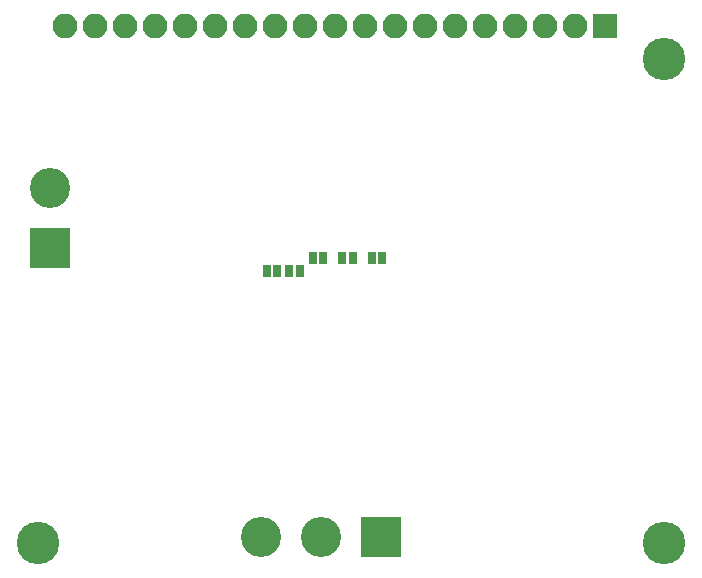
<source format=gbs>
G04 #@! TF.FileFunction,Soldermask,Bot*
%FSLAX46Y46*%
G04 Gerber Fmt 4.6, Leading zero omitted, Abs format (unit mm)*
G04 Created by KiCad (PCBNEW 4.0.7) date 04/04/18 16:23:25*
%MOMM*%
%LPD*%
G01*
G04 APERTURE LIST*
%ADD10C,0.100000*%
%ADD11C,3.600000*%
%ADD12R,3.400000X3.400000*%
%ADD13C,3.400000*%
%ADD14R,0.800000X1.000000*%
%ADD15R,2.100000X2.100000*%
%ADD16O,2.100000X2.100000*%
G04 APERTURE END LIST*
D10*
D11*
X212000000Y-99000000D03*
X159000000Y-140000000D03*
D12*
X188080000Y-139500000D03*
D13*
X183000000Y-139500000D03*
X177920000Y-139500000D03*
D12*
X160000000Y-115000000D03*
D13*
X160000000Y-109920000D03*
D14*
X182250000Y-115850000D03*
X183150000Y-115850000D03*
X178350000Y-116950000D03*
X179250000Y-116950000D03*
X187250000Y-115850000D03*
X188150000Y-115850000D03*
X180250000Y-116950000D03*
X181150000Y-116950000D03*
X184750000Y-115850000D03*
X185650000Y-115850000D03*
D15*
X207010000Y-96266000D03*
D16*
X204470000Y-96266000D03*
X201930000Y-96266000D03*
X199390000Y-96266000D03*
X196850000Y-96266000D03*
X194310000Y-96266000D03*
X191770000Y-96266000D03*
X189230000Y-96266000D03*
X186690000Y-96266000D03*
X184150000Y-96266000D03*
X181610000Y-96266000D03*
X179070000Y-96266000D03*
X176530000Y-96266000D03*
X173990000Y-96266000D03*
X171450000Y-96266000D03*
X168910000Y-96266000D03*
X166370000Y-96266000D03*
X163830000Y-96266000D03*
X161290000Y-96266000D03*
D11*
X212000000Y-140000000D03*
M02*

</source>
